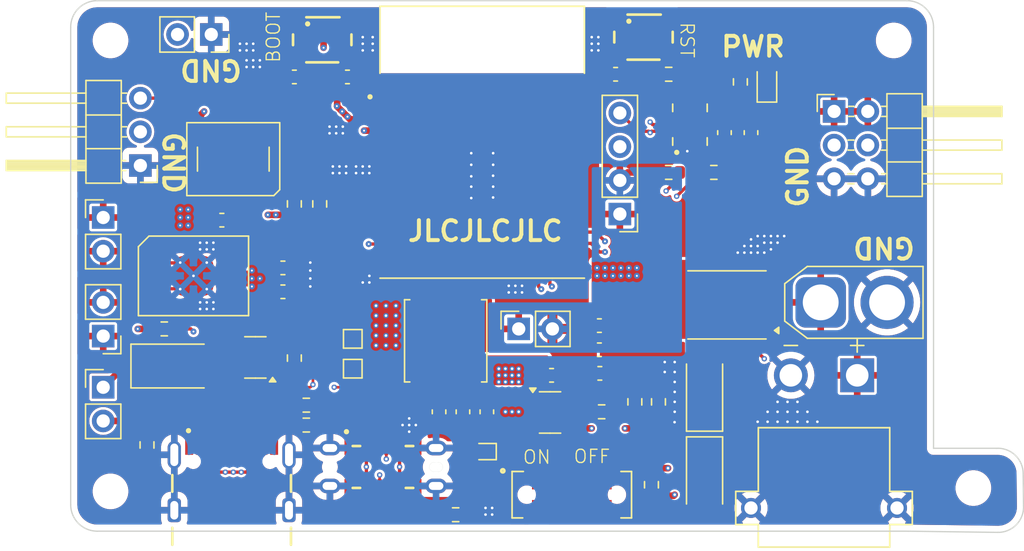
<source format=kicad_pcb>
(kicad_pcb (version 20240108) (generator "pcbnew") (generator_version "8.0")
  (layers (0 "F.Cu" signal) (1 "In1.Cu" signal) (2 "In2.Cu" signal) (31 "B.Cu" signal) (34 "B.Paste" user) (35 "F.Paste" user) (36 "B.SilkS" user "B.Silkscreen") (37 "F.SilkS" user "F.Silkscreen") (38 "B.Mask" user) (39 "F.Mask" user) (44 "Edge.Cuts" user))
  (net 0 "")
  (net 1 "+3V3")
  (net 2 "GND")
  (net 5 "Net-(MCU1-EN)")
  (net 6 "PWR-DIODE")
  (net 7 "Net-(D9-A)")
  (net 8 "+BATT")
  (net 9 "+V_USB")
  (net 10 "Net-(J1-CC2)")
  (net 11 "Net-(J1-CC1)")
  (net 14 "Net-(M1-+)")
  (net 15 "Net-(M1--)")
  (net 16 "Net-(M2--)")
  (net 17 "Net-(M2-+)")
  (net 18 "/DIN")
  (net 19 "/BLDC_MOT")
  (net 21 "Net-(MCU1-IO0)")
  (net 22 "/DP")
  (net 23 "/DN")
  (net 24 "Net-(Q9-G)")
  (net 25 "/SDA")
  (net 26 "/SCL")
  (net 31 "/Power/D_BATT")
  (net 32 "Net-(J4-CC2)")
  (net 33 "Net-(J4-CC1)")
  (net 34 "/nFault")
  (net 35 "/LED_S2")
  (net 36 "/AIN2")
  (net 37 "/BIN2")
  (net 38 "/AIN1")
  (net 39 "/BIN1")
  (net 46 "/LED_S1")
  (net 48 "/BATT_SENSE")
  (net 51 "Net-(D10-A)")
  (net 52 "/VacPump")
  (net 64 "Net-(U1-VBST)")
  (net 65 "Net-(U1-SW)")
  (net 66 "Net-(U1-VFB)")
  (net 71 "Net-(U1-EN)")
  (footprint "Capacitor_SMD:C_0603_1608Metric_Pad1.08x0.95mm_HandSolder" (layer "F.Cu") (at 132.1375 102.8)
    (property "Reference" "C4" (hide yes))
    (property "Value" "1uF" (hide yes))
  )
  (footprint "Resistor_SMD:R_0603_1608Metric" (layer "F.Cu") (at 127.8 111)
    (property "Reference" "R5" (hide yes))
    (property "Value" "10k" (hide yes))
  )
  (footprint "JS102011JAQN:SW_JS102011JAQN" (layer "F.Cu") (at 158.5 123.5)
    (property "Reference" "SW3" (hide yes))
    (property "Value" "SW_Nidec_CAS-120A1" (hide yes))
  )
  (footprint "Resistor_SMD:R_0603_1608Metric" (layer "F.Cu") (at 165.03 116.5 90)
    (property "Reference" "R10" (hide yes))
    (property "Value" "10k" (hide yes))
  )
  (footprint "Resistor_SMD:R_0603_1608Metric" (layer "F.Cu") (at 164.5 122.75 -90)
    (property "Reference" "R15" (hide yes))
    (property "Value" "20k" (hide yes))
  )
  (footprint "Connector_AMASS:AMASS_XT30U-F_1x02_P5.0mm_Vertical" (layer "F.Cu") (at 177.25 109)
    (property "Reference" "J5" (hide yes))
    (property "Value" "XT30PW-M" (hide yes))
  )
  (footprint "Diode_SMD:D_SOD-128" (layer "F.Cu") (at 168.5 115.55 90)
    (property "Reference" "D2" (hide yes))
    (property "Value" "SS38" (hide yes))
  )
  (footprint "Resistor_SMD:R_0603_1608Metric" (layer "F.Cu") (at 171.2 92.375 90)
    (property "Reference" "R3" (hide yes))
    (property "Value" "80" (hide yes))
  )
  (footprint "Resistor_SMD:R_0603_1608Metric" (layer "F.Cu") (at 126.5 119.75 -90)
    (property "Reference" "R9" (hide yes))
    (property "Value" "5.1k" (hide yes))
  )
  (footprint "XT30PW-M:AMASS_XT30PW-M" (layer "F.Cu") (at 177.5 124.5 180)
    (property "Reference" "J3" (hide yes))
    (property "Value" "XT30PW-M" (hide yes))
  )
  (footprint "MountingHole:MountingHole_2.2mm_M2" (layer "F.Cu") (at 188.75 123)
    (property "Reference" "H5" (hide yes))
    (property "Value" "MountingHole" (hide yes))
  )
  (footprint "Capacitor_SMD:C_0603_1608Metric" (layer "F.Cu") (at 148.5 117.25 90)
    (property "Reference" "C8" (hide yes))
    (property "Value" "10uF" (hide yes))
  )
  (footprint "Connector_PinHeader_2.54mm:PinHeader_1x02_P2.54mm_Vertical" (layer "F.Cu") (at 123.2 115.4)
    (property "Reference" "M3" (hide yes))
    (property "Value" "VacPump" (hide yes))
  )
  (footprint "Resistor_SMD:R_0603_1608Metric" (layer "F.Cu") (at 163.25 116.5 -90)
    (property "Reference" "R6" (hide yes))
    (property "Value" "33.2k" (hide yes))
  )
  (footprint "Capacitor_SMD:C_0603_1608Metric_Pad1.08x0.95mm_HandSolder" (layer "F.Cu") (at 136.7375 108.2)
    (property "Reference" "C6" (hide yes))
    (property "Value" "100nF" (hide yes))
  )
  (footprint "TestPoint:TestPoint_Pad_1.0x1.0mm" (layer "F.Cu") (at 142 114)
    (property "Reference" "TP4" (hide yes))
    (property "Value" "TestPoint" (hide yes))
  )
  (footprint "MountingHole:MountingHole_2.2mm_M2" (layer "F.Cu") (at 123.75 89.25)
    (property "Reference" "H7" (hide yes))
    (property "Value" "MountingHole" (hide yes))
  )
  (footprint "Connector_PinHeader_2.54mm:PinHeader_1x02_P2.54mm_Vertical" (layer "F.Cu") (at 123.2 102.6)
    (property "Reference" "M1" (hide yes))
    (property "Value" "Motor_DC" (hide yes))
  )
  (footprint "Package_TO_SOT_SMD:SOT-23-3" (layer "F.Cu") (at 134.6625 113.15 180)
    (property "Reference" "Q1" (hide yes))
    (property "Value" "Q_NMOS_GSD" (hide yes))
  )
  (footprint "Resistor_SMD:R_0603_1608Metric" (layer "F.Cu") (at 165.8 91.8)
    (property "Reference" "R4" (hide yes))
    (property "Value" "10k" (hide yes))
  )
  (footprint "Diode_SMD:D_SOD-128" (layer "F.Cu") (at 168.5 122.3 -90)
    (property "Reference" "D1" (hide yes))
    (property "Value" "SS38" (hide yes))
  )
  (footprint "Capacitor_SMD:C_0603_1608Metric" (layer "F.Cu") (at 160.5775 112.57175)
    (property "Reference" "C9" (hide yes))
    (property "Value" "22uF" (hide yes))
  )
  (footprint "Connector_PinHeader_2.54mm:PinHeader_1x02_P2.54mm_Vertical" (layer "F.Cu") (at 123.2 111.54 180)
    (property "Reference" "M2" (hide yes))
    (property "Value" "Motor_DC" (hide yes))
  )
  (footprint "Diode_SMD:D_SOD-882" (layer "F.Cu") (at 152 120.25 180)
    (property "Reference" "D5" (hide yes))
    (property "Value" "D12V0HA1U2SLP" (hide yes))
  )
  (footprint "Capacitor_SMD:C_0603_1608Metric" (layer "F.Cu") (at 160.6125 114.35175)
    (property "Reference" "C14" (hide yes))
    (property "Value" "22uF" (hide yes))
  )
  (footprint "Resistor_SMD:R_0603_1608Metric" (layer "F.Cu") (at 137.6 101.575 90)
    (property "Reference" "R13" (hide yes))
    (property "Value" "778k" (hide yes))
  )
  (footprint "LSM6DSOXTR:PQFN50P250X300X86-14N" (layer "F.Cu") (at 167.4 95.6 90)
    (property "Reference" "Accelerometer1" (hide yes))
    (property "Value" "LSM6DSOXTR" (hide yes))
  )
  (footprint "Connector_PinSocket_2.54mm:PinSocket_1x02_P2.54mm_Vertical" (layer "F.Cu") (at 131.34 88.8 -90)
    (property "Reference" "J6" (hide yes))
    (property "Value" "ESC_PWR" (hide yes))
  )
  (footprint "Connector_PinHeader_2.54mm:PinHeader_2x03_P2.54mm_Horizontal" (layer "F.Cu") (at 178.26 94.6)
    (property "Reference" "LED1" (hide yes))
    (property "Value" "Conn_02x03_Odd_Even" (hide yes))
  )
  (footprint "Resistor_SMD:R_0603_1608Metric" (layer "F.Cu") (at 138.5 116.75)
    (property "Reference" "R8" (hide yes))
    (property "Value" "5.1k" (hide yes))
  )
  (footprint "Resistor_SMD:R_0603_1608Metric" (layer "F.Cu") (at 165.8 99.2 180)
    (property "Reference" "R11" (hide yes))
    (property "Value" "4.7k" (hide yes))
  )
  (footprint "Resistor_SMD:R_0603_1608Metric" (layer "F.Cu") (at 149.75 125.01075)
    (property "Reference" "R2" (hide yes))
    (property "Value" "5.1k" (hide yes))
  )
  (footprint "customFootprints:rockerSwitch-434133025816" (layer "F.Cu") (at 163.8 89)
    (property "Reference" "SW1" (hide yes))
    (property "Value" "~" (hide yes))
  )
  (footprint "Package_TO_SOT_SMD:SOT-23-6" (layer "F.Cu") (at 156.8625 117.3)
    (property "Reference" "U1" (hide yes))
    (property "Value" "TPS562200" (hide yes))
  )
  (footprint "Connector_PinHeader_2.54mm:PinHeader_1x03_P2.54mm_Horizontal" (layer "F.Cu") (at 126 98.68 180)
    (property "Reference" "J2" (hide yes))
    (property "Value" "ESC_Conn" (hide yes))
  )
  (footprint "Connector_PinSocket_2.54mm:PinSocket_1x02_P2.54mm_Vertical" (layer "F.Cu") (at 154.5 111 90)
    (property "Reference" "J7" (hide yes))
    (property "Value" "RSCU_3V3" (hide yes))
  )
  (footprint "customFootprints:rockerSwitch-434133025816" (layer "F.Cu") (at 139.6 89.2)
    (property "Reference" "SW2" (hide yes))
    (property "Value" "~" (hide yes))
  )
  (footprint "TestPoint:TestPoint_Pad_1.0x1.0mm" (layer "F.Cu") (at 142 111.75)
    (property "Reference" "TP3" (hide yes))
    (property "Value" "TestPoint" (hide yes))
  )
  (footprint "customFootprints:TSSOP-DRV8411A" (layer "F.Cu") (at 130 107 -90)
    (property "Reference" "U2" (hide yes))
    (property "Value" "DRV8411A" (hide yes))
  )
  (footprint "Capacitor_SMD:C_0603_1608Metric" (layer "F.Cu") (at 152.1 117.25 90)
    (property "Reference" "C13" (hide yes))
    (property "Value" "10uF" (hide yes))
  )
  (footprint "Resistor_SMD:R_0603_1608Metric" (layer "F.Cu") (at 137.6 113.2 90)
    (property "Reference" "R7" (hide yes))
    (property "Value" "10k" (hide yes))
  )
  (footprint "Capacitor_SMD:C_0603_1608Metric" (layer "F.Cu") (at 170 96.2 -90)
    (property "Reference" "C12" (hide yes))
    (property "Value" "0.1uF" (hide yes))
  )
  (footprint "Capacitor_SMD:C_0603_1608Metric" (layer "F.Cu") (at 150.3 117.25 90)
    (property "Reference" "C10" (hide yes))
    (property "Value" "0.1uF" (hide yes))
  )
  (footprint "Resistor_SMD:R_0603_1608Metric" (layer "F.Cu") (at 169.2 99.2)
    (property "Reference" "R12" (hide yes))
    (property "Value" "4.7k" (hide yes))
  )
  (footprint "Capacitor_SMD:C_0603_1608Metric" (layer "F.Cu") (at 160.5775 110.75175)
    (property "Reference" "C15" (hide yes))
    (property "Value" "22uF" (hide yes))
  )
  (footprint "LED_SMD:LED_WS2812B_PLCC4_5.0x5.0mm_P3.2mm" (layer "F.Cu") (at 133 98.2)
    (property "Reference" "D3" (hide yes))
    (property "Value" "WS2812B" (hide yes))
  )
  (footprint "esp32s3mini:XCVR_ESP32-S3-MINI-1-N8" (layer "F.Cu") (at 151.75 99.45)
    (property "Reference" "MCU1" (hide yes))
    (property "Value" "ESP32-S3-MINI-1-N8" (hide yes))
  )
  (footprint "USB4105-GF-A-Footprint:GCT_USB4105-GF-A" (layer "F.Cu") (at 132.875 124.67325)
    (property "Reference" "J1" (hide yes))
    (property "Value" "USB4105-GF-A" (hide yes))
  )
  (footprint "Capacitor_SMD:C_0603_1608Metric" (layer "F.Cu") (at 161.8 91.8)
    (property "Reference" "C1" (hide yes))
    (property "Value" "0.1uF" (hide yes))
  )
  (footprint "MountingHole:MountingHole_2.2mm_M2" (layer "F.Cu") (at 182.75 89.25)
    (property "Reference" "H6" (hide yes))
    (property "Value" "MountingHole" (hide yes))
  )
  (footprint "Connector_PinHeader_2.54mm:PinHeader_1x04_P2.54mm_Vertical" (layer "F.Cu") (at 162.12 102.34 180)
    (property "Reference" "U3" (hide yes))
    (property "Value" "DM-OLED096-636" (hide yes))
  )
  (footprint "Capacitor_SMD:C_0603_1608Metric" (layer "F.Cu") (at 156.975 114.5 180)
    (property "Reference" "C5" (hide yes))
    (property "Value" "0.1uF" (hide yes))
  )
  (footprint "Capacitor_SMD:C_0603_1608Metric" (layer "F.Cu") (at 172 96.2 -90)
    (property "Reference" "C11" (hide yes))
    (property "Value" "0.1uF" (hide yes))
  )
  (footprint "Capacitor_SMD:C_0603_1608Metric" (layer "F.Cu") (at 137.6 92 180)
    (property "Reference" "C3" (hide yes))
    (property "Value" "0.1uF" (hide yes))
  )
  (footprint "Capacitor_SMD:C_0603_1608Metric_Pad1.08x0.95mm_HandSolder" (layer "F.Cu") (at 136.7375 106.4)
    (property "Reference" "C7" (hide yes))
    (property "Value" "10uF" (hide yes))
  )
  (footprint "USB4145-03-0070-C_REVA2:GCT_USB4145-03-0070-C_REVA2" (layer "F.Cu") (at 144.275 121.41075)
    (property "Reference" "J4" (hide yes))
    (property "Value" "USB4145-03-0070-C_REVA2" (hide yes))
    (fp_line (start 3.85 -0.355) (end 4.15 -0.355) (stroke (width 0.01)) (layer "Edge.Cuts"))
    (fp_line (start 4.15 0.355) (end 3.85 0.355) (stroke (width 0.01)) (layer "Edge.Cuts"))
    (fp_arc (start 3.495 0) (mid 3.598977 -0.251023) (end 3.85 -0.355) (stroke (width 0.01)) (layer "Edge.Cuts"))
    (fp_arc (start 3.85 0.355) (mid 3.598977 0.251023) (end 3.495 0) (stroke (width 0.01)) (layer "Edge.Cuts"))
    (fp_arc (start 4.15 -0.355) (mid 4.401023 -0.251023) (end 4.505 0) (stroke (width 0.01)) (layer "Edge.Cuts"))
    (fp_arc (start 4.505 0) (mid 4.401023 0.251023) (end 4.15 0.355) (stroke (width 0.01)) (layer "Edge.Cuts"))
  )
  (footprint "Inductor_SMD:L_TDK_VLS6045EX_VLS6045AF" (layer "F.Cu") (at 149 111.9 90)
    (property "Reference" "L1" (hide yes))
    (property "Value" "3.3uH" (hide yes))
  )
  (footprint "Capacitor_SMD:C_0603_1608Metric" (layer "F.Cu") (at 141.6 92)
    (property "Reference" "C2" (hide yes))
    (property "Value" "22uF" (hide yes))
  )
  (footprint "Resistor_SMD:R_0603_1608Metric" (layer "F.Cu") (at 139.51 101.575 -90)
    (property "Reference" "R14" (hide yes))
    (property "Value" "200k" (hide yes))
  )
  (footprint "Resistor_SMD:R_0603_1608Metric" (layer "F.Cu") (at 160.75 117.25 180)
    (property "Reference" "R16" (hide yes))
    (property "Value" "10k" (hide yes))
  )
  (footprint "Resistor_SMD:R_0603_1608Metric" (layer "F.Cu") (at 138.5 118.25 180)
    (property "Reference" "R1" (hide yes))
    (property "Value" "5.1k" (hide yes))
  )
  (footprint "Package_SO:PowerPAK_SO-8_Single" (layer "F.Cu") (at 170.19 109.19 180)
    (property "Reference" "Q9" (hide yes))
    (property "Value" "PMOS" (hide yes))
  )
  (footprint "Diode_SMD:D_SMA" (layer "F.Cu") (at 128.8 113.8)
    (property "Reference" "D10" (hide yes))
    (property "Value" "SS14" (hide yes))
  )
  (footprint "LED_SMD:LED_0603_1608Metric" (layer "F.Cu") (at 173.2 92.4125 90)
    (property "Reference" "D9" (hide yes))
    (property "Value" "LED" (hide yes))
  )
  (footprint "MountingHole:MountingHole_2.2mm_M2" (layer "F.Cu") (at 123.75 123.25)
    (property "Reference" "H8" (hide yes))
    (property "Value" "MountingHole" (hide yes))
  )
  (gr_arc (start 183.75 86.25) (mid 185.164214 86.835786) (end 185.75 88.25) (stroke (width 0.1)) (layer "Edge.Cuts"))
  (gr_line (start 183.835786 126.251921) (end 190.615086 126.341896) (stroke (width 0.1)) (layer "Edge.Cuts"))
  (gr_arc (start 192.5293 124.339975) (mid 192.000001 125.750001) (end 190.615086 126.341896) (stroke (width 0.1)) (layer "Edge.Cuts"))
  (gr_line (start 122.75 86.25) (end 183.75 86.25) (stroke (width 0.1)) (layer "Edge.Cuts"))
  (gr_arc (start 120.75 88.25) (mid 121.335786 86.835786) (end 122.75 86.25) (stroke (width 0.1)) (layer "Edge.Cuts"))
  (gr_line (start 120.75 124.25) (end 120.75 88.25) (stroke (width 0.1)) (layer "Edge.Cuts"))
  (gr_line (start 185.75 120) (end 190.5 120) (stroke (width 0.1)) (layer "Edge.Cuts"))
  (gr_arc (start 122.75 126.25) (mid 121.335786 125.664214) (end 120.75 124.25) (stroke (width 0.1)) (layer "Edge.Cuts"))
  (gr_arc (start 190.5 120) (mid 191.910026 120.529299) (end 192.501921 121.914214) (stroke (width 0.1)) (layer "Edge.Cuts"))
  (gr_line (start 183.835786 126.251921) (end 122.75 126.25) (stroke (width 0.1)) (layer "Edge.Cuts"))
  (gr_line (start 192.501921 121.914214) (end 192.5293 124.339975) (stroke (width 0.1)) (layer "Edge.Cuts"))
  (gr_line (start 185.75 88.25) (end 185.75 120) (stroke (width 0.1)) (layer "Edge.Cuts"))
  (gr_text "BOOT" (at 136.6 91 90) (layer "F.SilkS") (effects (font (size 1 1) (thickness 0.1)) (justify left bottom)))
  (gr_text "GND\n" (at 127.6 96 -90) (layer "F.SilkS") (effects (font (size 1.5 1.5) (thickness 0.3) (bold yes)) (justify left bottom)))
  (gr_text "PWR\n" (at 169.6 90.6 0) (layer "F.SilkS") (effects (font (size 1.5 1.5) (thickness 0.3) (bold yes)) (justify left bottom)))
  (gr_text "OFF\n" (at 158.5725 121.2 0) (layer "F.SilkS") (effects (font (size 1 1) (thickness 0.1)) (justify left bottom)))
  (gr_text "ON\n" (at 154.75 121.25 0) (layer "F.SilkS") (effects (font (size 1 1) (thickness 0.1)) (justify left bottom)))
  (gr_text "JLCJLCJLC\n" (at 146 104.5 0) (layer "F.SilkS") (effects (font (size 1.5 1.5) (thickness 0.3) (bold yes)) (justify left bottom)))
  (gr_text "GND" (at 184.5 104 180) (layer "F.SilkS") (effects (font (size 1.5 1.5) (thickness 0.3) (bold yes)) (justify left bottom)))
  (gr_text "GND\n" (at 133.8 90.6 180) (layer "F.SilkS") (effects (font (size 1.5 1.5) (thickness 0.3) (bold yes)) (justify left bottom)))
  (gr_text "RST" (at 166.6 87.8 270) (layer "F.SilkS") (effects (font (size 1 1) (thickness 0.1)) (justify left bottom)))
  (gr_text "GND\n" (at 176.4 102 90) (layer "F.SilkS") (effects (font (size 1.5 1.5) (thickness 0.3) (bold yes)) (justify left bottom)))
  (segment (start 138.375 92) (end 140.825 92) (width 0.5) (layer "F.Cu") (net 1))
  (segment (start 130.55 96.55) (end 130.55 94.85) (width 0.5) (layer "F.Cu") (net 1))
  (segment (start 126.975 111) (end 125.8 111) (width 0.5) (layer "F.Cu") (net 1))
  (segment (start 161.175 115.675) (end 163.25 115.675) (width 0.5) (layer "F.Cu") (net 1))
  (segment (start 144.75 95.2) (end 141.8 95.2) (width 0.5) (layer "F.Cu") (net 1))
  (segment (start 130.55 94.85) (end 130.8 94.6) (width 0.5) (layer "F.Cu") (net 1))
  (segment (start 141.8 95.2) (end 140.825 94.225) (width 0.5) (layer "F.Cu") (net 1))
  (segment (start 159.8375 112.60675) (end 159.8025 112.57175) (width 0.5) (layer "F.Cu") (net 1))
  (segment (start 140.825 94.225) (end 140.825 92) (width 0.5) (layer "F.Cu") (net 1))
  (segment (start 159.8375 114.35175) (end 159.8375 112.60675) (width 0.5) (layer "F.Cu") (net 1))
  (segment (start 162.72 99.2) (end 162.12 99.8) (width 0.5) (layer "F.Cu") (net 1))
  (segment (start 159.8375 114.35175) (end 159.85175 114.35175) (width 0.5) (layer "F.Cu") (net 1))
  (segment (start 159.85175 114.35175) (end 161.175 115.675) (width 0.5) (layer "F.Cu") (net 1))
  (segment (start 164.975 99.2) (end 162.72 99.2) (width 0.5) (layer "F.Cu") (net 1))
  (via (at 143.75 111.5) (size 0.4) (drill 0.2) (layers "F.Cu" "B.Cu") (net 1))
  (via (at 129.6 102.6) (size 0.45) (drill 0.15) (layers "F.Cu" "B.Cu") (net 1))
  (via (at 145.25 110) (size 0.4) (drill 0.2) (layers "F.Cu" "B.Cu") (net 1))
  (via (at 125.8 111) (size 0.45) (drill 0.15) (layers "F.Cu" "B.Cu") (net 1))
  (via (at 140.8 94.2) (size 0.45) (drill 0.15) (layers "F.Cu" "B.Cu") (net 1))
  (via (at 145.25 111.5) (size 0.4) (drill 0.2) (layers "F.Cu" "B.Cu") (net 1))
  (via (at 143.75 110) (size 0.4) (drill 0.2) (layers "F.Cu" "B.Cu") (net 1))
  (via (at 144.5 112.25) (size 0.4) (drill 0.2) (layers "F.Cu" "B.Cu") (net 1))
  (via (at 145.25 112.25) (size 0.4) (drill 0.2) (layers "F.Cu" "B.Cu") (net 1))
  (via (at 129 102) (size 0.45) (drill 0.15) (layers "F.Cu" "B.Cu") (net 1))
  (via (at 129.6 103.2) (size 0.45) (drill 0.15) (layers "F.Cu" "B.Cu") (net 1))
  (via (at 144.5 110) (size 0.4) (drill 0.2) (layers "F.Cu" "B.Cu") (net 1))
  (via (at 129 102.6) (size 0.45) (drill 0.15) (layers "F.Cu" "B.Cu") (net 1))
  (via (at 145.25 109.25) (size 0.4) (drill 0.2) (layers "F.Cu" "B.Cu") (net 1))
  (via (at 143.75 110.75) (size 0.4) (drill 0.2) (layers "F.Cu" "B.Cu") (net 1))
  (via (at 141.2 94.6) (size 0.45) (drill 0.15) (layers "F.Cu" "B.Cu") (net 1))
  (via (at 141.6 95) (size 0.45) (drill 0.15) (layers "F.Cu" "B.Cu") (net 1))
  (via (at 129.6 102) (size 0.45) (drill 0.15) (layers "F.Cu" "B.Cu") (net 1))
  (via (at 145.25 110.75) (size 0.4) (drill 0.2) (layers "F.Cu" "B.Cu") (net 1))
  (via (at 129 103.2) (size 0.45) (drill 0.15) (layers "F.Cu" "B.Cu") (net 1))
  (via (at 144.5 110.75) (size 0.4) (drill 0.2) (layers "F.Cu" "B.Cu") (net 1))
  (via (at 130.8 94.6) (size 0.45) (drill 0.15) (layers "F.Cu" "B.Cu") (net 1))
  (via (at 143.75 109.25) (size 0.4) (drill 0.2) (layers "F.Cu" "B.Cu") (net 1))
  (via (at 144.5 109.25) (size 0.4) (drill 0.2) (layers "F.Cu" "B.Cu") (net 1))
  (via (at 143.75 112.25) (size 0.4) (drill 0.2) (layers "F.Cu" "B.Cu") (net 1))
  (via (at 144.5 111.5) (size 0.4) (drill 0.2) (layers "F.Cu" "B.Cu") (net 1))
  (segment (start 161.3875 114.35175) (end 161.57 114.35175) (width 0.5) (layer "F.Cu") (net 2))
  (segment (start 170 96.975) (end 172 96.975) (width 0.5) (layer "F.Cu") (net 2))
  (segment (start 161.3875 114.35175) (end 161.3875 110.78675) (width 0.5) (layer "F.Cu") (net 2))
  (segment (start 166.65 96.76) (end 167.525 96.76) (width 0.25) (layer "F.Cu") (net 2))
  (segment (start 167.15 96.76) (end 167.15 97.55) (width 0.5) (layer "F.Cu") (net 2))
  (segment (start 127.1 107.975) (end 129.025 107.975) (width 0.25) (layer "F.Cu") (net 2))
  (segment (start 167.15 97.55) (end 167.2 97.6) (width 0.5) (layer "F.Cu") (net 2))
  (segment (start 128.975 106.025) (end 129 106) (width 0.25) (layer "F.Cu") (net 2))
  (segment (start 167.15 96.76) (end 167.525 96.76) (width 0.5) (layer "F.Cu") (net 2))
  (segment (start 161.3875 110.78675) (end 161.3525 110.75175) (width 0.5) (layer "F.Cu") (net 2))
  (segment (start 168.31 95.1) (end 168.31 95.6) (width 0.25) (layer "F.Cu") (net 2))
  (segment (start 161.575 114.53925) (end 161.3875 114.35175) (width 0.5) (layer "F.Cu") (net 2))
  (segment (start 127.1 106.025) (end 128.975 106.025) (width 0.25) (layer "F.Cu") (net 2))
  (segment (start 129.025 107.975) (end 130 107) (width 0.25) (layer "F.Cu") (net 2))
  (via (at 174.75 118) (size 0.4) (drill 0.2) (layers "F.Cu" "B.Cu") (net 2))
  (via (at 173 105.25) (size 0.4) (drill 0.2) (layers "F.Cu" "B.Cu") (net 2))
  (via (at 172 104.75) (size 0.4) (drill 0.2) (layers "F.Cu" "B.Cu") (net 2))
  (via (at 131.497687 105.002314) (size 0.4) (drill 0.2) (layers "F.Cu" "B.Cu") (net 2))
  (via (at 154.75 107.75) (size 0.4) (drill 0.2) (layers "F.Cu" "B.Cu") (net 2))
  (via (at 175.5 118) (size 0.4) (drill 0.2) (layers "F.Cu" "B.Cu") (net 2))
  (via (at 174 116.5) (size 0.4) (drill 0.2) (layers "F.Cu" "B.Cu") (net 2))
  (via (at 134 90) (size 0.4) (drill 0.2) (layers "F.Cu" "B.Cu") (net 2))
  (via (at 174 104) (size 0.4) (drill 0.2) (layers "F.Cu" "B.Cu") (net 2))
  (via (at 166.25 117.25) (size 0.4) (drill 0.2) (layers "F.Cu" "B.Cu") (net 2))
  (via (at 150.925 101.135) (size 0.4) (drill 0.2) (layers "F.Cu" "B.Cu") (net 2))
  (via (at 140.75 96.25) (size 0.4) (drill 0.2) (layers "F.Cu" "B.Cu") (net 2))
  (via (at 138.8 106) (size 0.4) (drill 0.2) (layers "F.Cu" "B.Cu") (net 2))
  (via (at 174.75 116.5) (size 0.4) (drill 0.2) (layers "F.Cu" "B.Cu") (net 2))
  (via (at 172.5 105.25) (size 0.4) (drill 0.2) (layers "F.Cu" "B.Cu") (net 2))
  (via (at 146.75 118.25) (size 0.4) (drill 0.2) (layers "F.Cu" "B.Cu") (net 2))
  (via (at 134 90.75) (size 0.4) (drill 0.2) (layers "F.Cu" "B.Cu") (net 2))
  (via (at 131.502313 108.997686) (size 0.4) (drill 0.2) (layers "F.Cu" "B.Cu") (net 2))
  (via (at 152.575 97.75) (size 0.4) (drill 0.2) (layers "F.Cu" "B.Cu") (net 2))
  (via (at 153.75 107.75) (size 0.4) (drill 0.2) (layers "F.Cu" "B.Cu") (net 2))
  (via (at 141.497687 99.252314) (size 0.4) (drill 0.2) (layers "F.Cu" "B.Cu") (net 2))
  (via (at 140.75 95.75) (size 0.4) (drill 0.2) (layers "F.Cu" "B.Cu") (net 2))
  (via (at 172.5 104.75) (size 0.4) (drill 0.2) (layers "F.Cu" "B.Cu") (net 2))
  (via (at 152.57 101.09) (size 0.4) (drill 0.2) (layers "F.Cu" "B.Cu") (net 2))
  (via (at 134.5 91.25) (size 0.4) (drill 0.2) (layers "F.Cu" "B.Cu") (net 2))
  (via (at 150.925 99.495) (size 0.4) (drill 0.2) (layers "F.Cu" "B.Cu") (net 2))
  (via (at 150.925 98.625) (size 0.4) (drill 0.2) (layers "F.Cu" "B.Cu") (net 2))
  (via (at 131.5 109.5) (size 0.4) (drill 0.2) (layers "F.Cu" "B.Cu") (net 2))
  (via (at 143.5 89.5) (size 0.4) (drill 0.2) (layers "F.Cu" "B.Cu") (net 2))
  (via (at 130.497687 105.002314) (size 0.4) (drill 0.2) (layers "F.Cu" "B.Cu") (net 2))
  (via (at 153.75 108.25) (size 0.4) (drill 0.2) (layers "F.Cu" "B.Cu") (net 2))
  (via (at 140.497687 99.252314) (size 0.4) (drill 0.2) (layers "F.Cu" "B.Cu") (net 2))
  (via (at 174.75 117.25) (size 0.4) (drill 0.2) (layers "F.Cu" "B.Cu") (net 2))
  (via (at 160.5 90) (size 0.4) (drill 0.2) (layers "F.Cu" "B.Cu") (net 2))
  (via (at 135 90.75) (size 0.4) (drill 0.2) (layers "F.Cu" "B.Cu") (net 2))
  (via (at 166.25 115.75) (size 0.4) (drill 0.2) (layers "F.Cu" "B.Cu") (net 2))
  (via (at 173 104.5) (size 0.4) (drill 0.2) (layers "F.Cu" "B.Cu") (net 2))
  (via (at 140.25 96.25) (size 0.4) (drill 0.2) (layers "F.Cu" "B.Cu") (net 2))
  (via (at 134 89.5) (size 0.4) (drill 0.2) (layers "F.Cu" "B.Cu") (net 2))
  (via (at 140.997687 99.252314) (size 0.4) (drill 0.2) (layers "F.Cu" "B.Cu") (net 2))
  (via (at 134 91.25) (size 0.4) (drill 0.2) (layers "F.Cu" "B.Cu") (net 2))
  (via (at 138.8 106.6) (size 0.4) (drill 0.2) (layers "F.Cu" "B.Cu") (net 2))
  (via (at 141.25 96.25) (size 0.4) (drill 0.2) (layers "F.Cu" "B.Cu") (net 2))
  (via (at 131.5 104.5) (size 0.4) (drill 0.2) (layers "F.Cu" "B.Cu") (net 2))
  (via (at 134.5 90) (size 0.4) (drill 0.2) (layers "F.Cu" "B.Cu") (net 2))
  (via (at 172 105.25) (size 0.4) (drill 0.2) (layers "F.Cu" "B.Cu") (net 2))
  (via (at 142.247687 98.752314) (size 0.4) (drill 0.2) (layers "F.Cu" "B.Cu") (net 2))
  (via (at 152.5 124.5) (size 0.4) (drill 0.2) (layers "F.Cu" "B.Cu") (net 2))
  (via (at 173.25 117.25) (size 0.4) (drill 0.2) (layers "F.Cu" "B.Cu") (net 2))
  (via (at 152 124.5) (size 0.4) (drill 0.2) (layers "F.Cu" "B.Cu") (net 2))
  (via (at 152.57 99.45) (size 0.4) (drill 0.2) (layers "F.Cu" "B.Cu") (net 2))
  (via (at 171 105.25) (size 0.4) (drill 0.2) (layers "F.Cu" "B.Cu") (net 2))
  (via (at 154.25 107.75) (size 0.4) (drill 0.2) (layers "F.Cu" "B.Cu") (net 2))
  (via (at 166.25 114.25) (size 0.4) (drill 0.2) (layers "F.Cu" "B.Cu") (net 2))
  (via (at 152.575 98.625) (size 0.4) (drill 0.2) (layers "F.Cu" "B.Cu") (net 2))
  (via (at 165.5 113.5) (size 0.4) (drill 0.2) (layers "F.Cu" "B.Cu") (net 2))
  (via (at 135 91.25) (size 0.4) (drill 0.2) (layers "F.Cu" "B.Cu") (net 2))
  (via (at 160 90) (size 0.4) (drill 0.2) (layers "F.Cu" "B.Cu") (net 2))
  (via (at 145.75 118.25) (size 0.4) (drill 0.2) (layers "F.Cu" "B.Cu") (net 2))
  (via (at 173.25 118) (size 0.4) (drill 0.2) (layers "F.Cu" "B.Cu") (net 2))
  (via (at 140.497687 98.752314) (size 0.4) (drill 0.2) (layers "F.Cu" "B.Cu") (net 2))
  (via (at 150.925 100.275) (size 0.4) (drill 0.2) (layers "F.Cu" "B.Cu") (net 2))
  (via (at 160 89.5) (size 0.4) (drill 0.2) (layers "F.Cu" "B.Cu") (net 2))
  (via (at 172.5 104) (size 0.4) (drill 0.2) (layers "F.Cu" "B.Cu") (net 2))
  (via (at 167.2 97.6) (size 0.4) (drill 0.2) (layers "F.Cu" "B.Cu") (net 2))
  (via (at 141.5 98.75) (size 0.4) (drill 0.2) (layers "F.Cu" "B.Cu") (net 2))
  (via (at 154.75 108.25) (size 0.4) (drill 0.2) (layers "F.Cu" "B.Cu") (net 2))
  (via (at 131 109) (size 0.4) (drill 0.2) (layers "F.Cu" "B.Cu") (net 2))
  (via (at 130.997687 105.002314) (size 0.4) (drill 0.2) (layers "F.Cu" "B.Cu") (net 2))
  (via (at 130.997687 104.502314) (size 0.4) (drill 0.2) (layers "F.Cu" "B.Cu") (net 2))
  (via (at 160.5 89.5) (size 0.4) (drill 0.2) (layers "F.Cu" "B.Cu") (net 2))
  (via (at 143.25 107) (size 0.4) (drill 0.2) (layers "F.Cu" "B.Cu") (net 2))
  (via (at 130.497687 104.502314) (size 0.4) (drill 0.2) (layers "F.Cu" "B.Cu") (net 2))
  (via (at 140.25 95.75) (size 0.4) (drill 0.2) (layers "F.Cu" "B.Cu") (net 2))
  (via (at 152.575 100.275) (size 0.4) (drill 0.2) (layers "F.Cu" "B.Cu") (net 2))
  (via (at 165.5 114.25) (size 0.4) (drill 0.2) (layers "F.Cu" "B.Cu") (net 2))
  (via (at 173.5 105) (size 0.4) (drill 0.2) (layers "F.Cu" "B.Cu") (net 2))
  (via (at 146.25 118.25) (size 0.4) (drill 0.2) (layers "F.Cu" "B.Cu") (net 2))
  (via (at 173 104) (size 0.4) (drill 0.2) (layers "F.Cu" "B.Cu") (net 2))
  (via (at 175.5 117.25) (size 0.4) (drill 0.2) (layers "F.Cu" "B.Cu") (net 2))
  (via (at 142.75 89.5) (size 0.4) (drill 0.2) (layers "F.Cu" "B.Cu") (net 2))
  (via (at 166.25 113.5) (size 0.4) (drill 0.2) (layers "F.Cu" "B.Cu") (net 2))
  (via (at 143.25 98.75) (size 0.4) (drill 0.2) (layers "F.Cu" "B.Cu") (net 2))
  (via (at 174.5 104) (size 0.4) (drill 0.2) (layers "F.Cu" "B.Cu") (net 2))
  (via (at 142.75 89) (size 0.4) (drill 0.2) (layers "F.Cu" "B.Cu") (net 2))
  (via (at 146.25 117.75) (size 0.4) (drill 0.2) (layers "F.Cu" "B.Cu") (net 2))
  (via (at 142.75 107.5) (size 0.4) (drill 0.2) (layers "F.Cu" "B.Cu") (net 2))
  (via (at 160.5 89) (size 0.4) (drill 0.2) (layers "F.Cu" "B.Cu") (net 2))
  (via (at 160 89) (size 0.4) (drill 0.2) (layers "F.Cu" "B.Cu") (net 2))
  (via (at 138.8 107.2) (size 0.4) (drill 0.2) (layers "F.Cu" "B.Cu") (net 2))
  (via (at 142.747687 99.252314) (size 0.4) (drill 0.2) (layers "F.Cu" "B.Cu") (net 2))
  (via (at 134.5 90.75) (size 0.4) (drill 0.2) (layers "F.Cu" "B.Cu") (net 2))
  (via (at 140.997687 98.752314) (size 0.4) (drill 0.2) (layers "F.Cu" "B.Cu") (net 2))
  (via (at 142.75 90) (size 0.4) (drill 0.2) (layers "F.Cu" "B.Cu") (net 2))
  (via (at 166.242062 118.031831) (size 0.4) (drill 0.2) (layers "F.Cu" "B.Cu") (net 2))
  (via (at 177 118) (size 0.4) (drill 0.2) (layers "F.Cu" "B.Cu") (net 2))
  (via (at 176.25 118) (size 0.4) (drill 0.2) (layers "F.Cu" "B.Cu") (net 2))
  (via (at 166.25 116.5) (size 0.4) (drill 0.2) (layers "F.Cu" "B.Cu") (net 2))
  (via (at 142.247687 99.252314) (size 0.4) (drill 0.2) (layers "F.Cu" "B.Cu") (net 2))
  (via (at 171.5 105.25) (size 0.4) (drill 0.2) (layers "F.Cu" "B.Cu") (net 2))
  (via (at 133.5 90) (size 0.4) (drill 0.2) (layers "F.Cu" "B.Cu") (net 2))
  (via (at 173.5 104.5) (size 0.4) (drill 0.2) (layers "F.Cu" "B.Cu") (net 2))
  (via (at 171.5 104.75) (size 0.4) (drill 0.2) (layers "F.Cu" "B.Cu") (net 2))
  (via (at 143.5 89) (size 0.4) (drill 0.2) (layers "F.Cu" "B.Cu") (net 2))
  (via (at 172.5 118) (size 0.4) (drill 0.2) (layers "F.Cu" "B.Cu") (net 2))
  (via (at 130.5 109) (size 0.4) (drill 0.2) (layers "F.Cu" "B.Cu") (net 2))
  (via (at 174 104.5) (size 0.4) (drill 0.2) (layers "F.Cu" "B.Cu") (net 2))
  (via (at 174 118) (size 0.4) (drill 0.2) (layers "F.Cu" "B.Cu") (net 2))
  (via (at 133.5 89.5) (size 0.4) (drill 0.2) (layers "F.Cu" "B.Cu") (net 2))
  (via (at 141.25 95.75) (size 0.4) (drill 0.2) (layers "F.Cu" "B.Cu") (net 2))
  (via (at 174 117.25) (size 0.4) (drill 0.2) (layers "F.Cu" "B.Cu") (net 2))
  (via (at 150.925 97.75) (size 0.4) (drill 0.2) (layers "F.Cu" "B.Cu") (net 2))
  (via (at 130.5 109.5) (size 0.4) (drill 0.2) (layers "F.Cu" "B.Cu") (net 2))
  (via (at 131 109.5) (size 0.4) (drill 0.2) (layers "F.Cu" "B.Cu") (net 2))
  (via (at 152 125) (size 0.4) (drill 0.2) (layers "F.Cu" "B.Cu") (net 2))
  (via (at 143.247687 99.252314) (size 0.4) (drill 0.2) (layers "F.Cu" "B.Cu") (net 2))
  (via (at 134.5 89.5) (size 0.4) (drill 0.2) (layers "F.Cu" "B.Cu") (net 2))
  (via (at 143.25 107.5) (size 0.4) (drill 0.2) (layers "F.Cu" "B.Cu") (net 2))
  (via (at 154.25 108.25) (size 0.4) (drill 0.2) (layers "F.Cu" "B.Cu") (net 2))
  (via (at 143.5 90) (size 0.4) (drill 0.2) (layers "F.Cu" "B.Cu") (net 2))
  (via (at 172 104.25) (size 0.4) (drill 0.2) (layers "F.Cu" "B.Cu") (net 2))
  (via (at 152.5 125) (size 0.4) (drill 0.2) (layers "F.Cu" "B.Cu") (net 2))
  (via (at 138.8 107.8) (size 0.4) (drill 0.2) (layers "F.Cu" "B.Cu") (net 2))
  (via (at 173.5 104) (size 0.4) (drill 0.2) (layers "F.Cu" "B.Cu") (net 2))
  (via (at 175.5 116.5) (size 0.4) (drill 0.2) (layers "F.Cu" "B.Cu") (net 2))
  (via (at 146.25 118.75) (size 0.4) (drill 0.2) (layers "F.Cu" "B.Cu") (net 2))
  (via (at 166.25 115) (size 0.4) (drill 0.2) (layers "F.Cu" "B.Cu") (net 2))
  (via (at 142.747687 98.752314) (size 0.4) (drill 0.2) (layers "F.Cu" "B.Cu") (net 2))
  (via (at 176.25 117.25) (size 0.4) (drill 0.2) (layers "F.Cu" "B.Cu") (net 2))
  (segment (start 158.75 93.5) (end 160.875 93.5) (width 0.25) (layer "F.Cu") (net 5))
  (segment (start 160.875 93.5) (end 162.575 91.8) (width 0.25) (layer "F.Cu") (net 5))
  (segment (start 156.5 119.5) (end 160.5 119.5) (width 0.5) (layer "F.Cu") (net 6))
  (segment (start 160.5 119.5) (end 167.9 119.5) (width 0.5) (layer "F.Cu") (net 6))
  (segment (start 155.725 118.725) (end 156.5 119.5) (width 0.5) (layer "F.Cu") (net 6))
  (segment (start 155.725 118.25) (end 155.725 118.725) (width 0.5) (layer "F.Cu") (net 6))
  (segment (start 161.575 118.425) (end 160.5 119.5) (width 0.5) (layer "F.Cu") (net 6))
  (segment (start 167.9 119.5) (end 168.5 120.1) (width 0.5) (layer "F.Cu") (net 6))
  (segment (start 161.575 117.25) (end 161.575 118.425) (width 0.5) (layer "F.Cu") (net 6))
  (segment (start 173.16625 91.6) (end 171.23375 91.6) (width 0.5) (layer "F.Cu") (net 7))
  (segment (start 137.6 102.4) (end 135.6 102.4) (width 0.5) (layer "F.Cu") (net 8))
  (segment (start 126.8 113.8) (end 124.8 113.8) (width 0.5) (layer "F.Cu") (net 8))
  (segment (start 124.8 113.8) (end 123.2 115.4) (width 0.5) (layer "F.Cu") (net 8))
  (via (at 161 106.4) (size 0.45) (drill 0.15) (layers "F.Cu" "B.Cu") (net 8))
  (via (at 134.4 107.8) (size 0.45) (drill 0.15) (layers "F.Cu" "B.Cu") (net 8))
  (via (at 161 107) (size 0.45) (drill 0.15) (layers "F.Cu" "B.Cu") (net 8))
  (via (at 161.6 107) (size 0.45) (drill 0.15) (layers "F.Cu" "B.Cu") (net 8))
  (via (at 135 107.2) (size 0.45) (drill 0.15) (layers "F.Cu" "B.Cu") (net 8))
  (via (at 162.8 107) (size 0.45) (drill 0.15) (layers "F.Cu" "B.Cu") (net 8))
  (via (at 162.2 106.4) (size 0.45) (drill 0.15) (layers "F.Cu" "B.Cu") (net 8))
  (via (at 161.6 106.4) (size 0.45) (drill 0.15) (layers "F.Cu" "B.Cu") (net 8))
  (via (at 160.4 106.4) (size 0.45) (drill 0.15) (layers "F.Cu" "B.Cu") (net 8))
  (via (at 134.4 107.2) (size 0.45) (drill 0.15) (layers "F.Cu" "B.Cu") (net 8))
  (via (at 162.2 107) (size 0.45) (drill 0.15) (layers "F.Cu" "B.Cu") (net 8))
  (via (at 135.6 102.4) (size 0.45) (drill 0.15) (layers "F.Cu" "B.Cu") (net 8))
  (via (at 134.4 106.6) (size 0.45) (drill 0.15) (layers "F.Cu" "B.Cu") (net 8))
  (via (at 160.4 107) (size 0.45) (drill 0.15) (layers "F.Cu" "B.Cu") (net 8))
  (via (at 163.4 106.4) (size 0.45) (drill 0.15) (layers "F.Cu" "B.Cu") (net 8))
  (via (at 163.4 107) (size 0.45) (drill 0.15) (layers "F.Cu" "B.Cu") (net 8))
  (via (at 162.8 106.4) (size 0.45) (drill 0.15) (layers "F.Cu" "B.Cu") (net 8))
  (via (at 136.2 102.4) (size 0.45) (drill 0.15) (layers "F.Cu" "B.Cu") (net 8))
  (segment (start 156.025 120.475) (end 166.225 120.475) (width 0.25) (layer "F.Cu") (net 9))
  (segment (start 133 121.8) (end 133.6 121.8) (width 0.25) (layer "F.Cu") (net 9))
  (segment (start 131.781699 121.8) (end 130.475 120.493301) (width 0.25) (layer "F.Cu") (net 9))
  (segment (start 133.6 121.8) (end 133.968301 121.8) (width 0.25) (layer "F.Cu") (net 9))
  (segment (start 146.425 123.79575) (end 152.70425 123.79575) (width 0.25) (layer "F.Cu") (net 9))
  (segment (start 166.225 120.475) (end 168.5 122.75) (width 0.25) (layer "F.Cu") (net 9))
  (segment (start 145.525 121.4) (end 145.525 122.89575) (width 0.25) (layer "F.Cu") (net 9))
  (segment (start 130.475 120.493301) (end 130.475 119.91825) (width 0.25) (layer "F.Cu") (net 9))
  (segment (start 152.70425 123.79575) (end 156.025 120.475) (width 0.25) (layer "F.Cu") (net 9))
  (segment (start 145.525 122.89575) (end 146.425 123.79575) (width 0.25) (layer "F.Cu") (net 9))
  (segment (start 132.4 121.8) (end 133 121.8) (width 0.25) (layer "F.Cu") (net 9))
  (segment (start 168.5 122.75) (end 168.5 124.5) (width 0.25) (layer "F.Cu") (net 9))
  (segment (start 135.275 120.493301) (end 135.275 119.91825) (width 0.25) (layer "F.Cu") (net 9))
  (segment (start 145.525 119.92575) (end 145.525 121.4) (width 0.25) (layer "F.Cu") (net 9))
  (segment (start 143.025 119.92575) (end 143.025 121.4) (width 0.25) (layer "F.Cu") (net 9))
  (segment (start 143.025 121.4) (end 143.025 122.89575) (width 0.25) (layer "F.Cu") (net 9))
  (segment (start 132.4 121.8) (end 131.781699 121.8) (width 0.25) (layer "F.Cu") (net 9))
  (segment (start 133.968301 121.8) (end 135.275 120.493301) (width 0.25) (layer "F.Cu") (net 9))
  (via (at 143.025 121.4) (size 0.4) (drill 0.2) (layers "F.Cu" "B.Cu") (net 9))
  (via (at 133 121.8) (size 0.4) (drill 0.2) (layers "F.Cu" "B.Cu") (net 9))
  (via (at 145.525 121.4) (size 0.4) (drill 0.2) (layers "F.Cu" "B.Cu") (net 9))
  (via (at 132.4 121.8) (size 0.4) (drill 0.2) (layers "F.Cu" "B.Cu") (net 9))
  (via (at 133.6 121.8) (size 0.4) (drill 0.2) (layers "F.Cu" "B.Cu") (net 9))
  (segment (start 134.625 119.91825) (end 134.625 118.43575) (width 0.2) (layer "F.Cu") (net 10))
  (segment (start 136.31075 116.75) (end 137.675 116.75) (width 0.2) (layer "F.Cu") (net 10))
  (segment (start 134.625 118.43575) (end 136.31075 116.75) (width 0.2) (layer "F.Cu") (net 10))
  (segment (start 131.625 118.93575) (end 130.93925 118.25) (width 0.25) (layer "F.Cu") (net 11))
  (segment (start 130.93925 118.25) (end 127.175 118.25) (width 0.25) (layer "F.Cu") (net 11))
  (segment (start 127.175 118.25) (end 126.5 118.925) (width 0.25) (layer "F.Cu") (net 11))
  (segment (start 131.625 119.91825) (end 131.625 118.93575) (width 0.25) (layer "F.Cu") (net 11))
  (segment (start 135.45 96.55) (end 136.65 97.75) (width 0.25) (layer "F.Cu") (net 18))
  (segment (start 136.65 97.75) (end 144.75 97.75) (width 0.25) (layer "F.Cu") (net 18))
  (segment (start 136.6 93.6) (end 139.9 96.9) (width 0.25) (layer "F.Cu") (net 19))
  (segment (start 139.9 96.9) (end 144.75 96.9) (width 0.25) (layer "F.Cu") (net 19))
  (segment (start 126 93.6) (end 136.6 93.6) (width 0.25) (layer "F.Cu") (net 19))
  (segment (start 137.525 88.125) (end 139.8 88.125) (width 0.5) (layer "F.Cu") (net 21))
  (segment (start 139.8 88.125) (end 141.675 88.125) (width 0.5) (layer "F.Cu") (net 21))
  (segment (start 139.8 89.8) (end 139.8 88.125) (width 0.5) (layer "F.Cu") (net 21))
  (segment (start 144.75 96.05) (end 142.85 96.05) (width 0.5) (layer "F.Cu") (net 21))
  (via (at 139.8 89.8) (size 0.45) (drill 0.15) (layers "F.Cu" "B.Cu") (net 21))
  (via (at 142.85 96.05) (size 0.45) (drill 0.15) (layers "F.Cu" "B.Cu") (net 21))
  (segment (start 139.5 115.7) (end 139.4 115.8) (width 0.2) (layer "F.Cu") (net 22))
  (segment (start 152 108.4) (end 142.225 108.4) (width 0.2) (layer "F.Cu") (net 22))
  (segment (start 141.15 115.9) (end 144.025 118.775) (width 0.2) (layer "F.Cu") (net 22))
  (segment (start 133.625 120.74325) (end 133.625 119.91825) (width 0.2) (layer "F.Cu") (net 22))
  (segment (start 152.6 107.8) (end 152 108.4) (width 0.2) (layer "F.Cu") (net 22))
  (segment (start 144.025 121.153643) (end 144.525 121.653643) (width 0.2) (layer "F.Cu") (net 22))
  (segment (start 132.625 120.74325) (end 132.675 120.79325) (width 0.2) (layer "F.Cu") (net 22))
  (segment (start 144.025 118.775) (end 144.025 119.92575) (width 0.2) (layer "F.Cu") (net 22))
  (segment (start 144.025 121.01075) (end 144.025 121.153643) (width 0.2) (layer "F.Cu") (net 22))
  (segment (start 139.5 114.5) (end 140 114) (width 0.2) (layer "F.Cu") (net 22))
  (segment (start 144.025 119.92575) (end 144.025 121.01075) (width 0.2) (layer "F.Cu") (net 22))
  (segment (start 133.625 116) (end 133.625 119.91825) (width 0.2) (layer "F.Cu") (net 22))
  (segment (start 139.5 114.5) (end 139.5 115.7) (width 0.2) (layer "F.Cu") (net 22))
  (segment (start 133.825 115.8) (end 133.625 116) (width 0.2) (layer "F.Cu") (net 22))
  (segment (start 140 114) (end 142 114) (width 0.2) (layer "F.Cu") (net 22))
  (segment (start 139.55 115.75) (end 140.242893 115.75) (width 0.2) (layer "F.Cu") (net 22))
  (segment (start 142.225 108.4) (end 139.5 111.125) (width 0.2) (layer "F.Cu") (net 22))
  (segment (start 140.392893 115.9) (end 141.15 115.9) (width 0.2) (layer "F.Cu") (net 22))
  (segment (start 144.525 121.653643) (end 144.525 122.89575) (width 0.2) (layer "F.Cu") (net 22))
  (segment (start 140.242893 115.75) (end 140.392893 115.9) (width 0.2) (layer "F.Cu") (net 22))
  (segment (start 144.025 121.01075) (end 144.025 121.16075) (width 0.2) (layer "F.Cu") (net 22))
  (segment (start 132.675 120.79325) (end 133.575 120.79325) (width 0.2) (layer "F.Cu") (net 22))
  (segment (start 152.6 106.45) (end 152.6 107.8) (width 0.2) (layer "F.Cu") (net 22))
  (segment (start 139.4 115.8) (end 133.825 115.8) (width 0.2) (layer "F.Cu") (net 22))
  (segment (start 133.575 120.79325) (end 133.625 120.74325) (width 0.2) (layer "F.Cu") (net 22))
  (segment (start 139.5 111.125) (end 139.5 114.5) (width 0.2) (layer "F.Cu") (net 22))
  (segment (start 132.625 119.91825) (end 132.625 120.74325) (width 0.2) (layer "F.Cu") (net 22))
  (segment (start 139.5 115.7) (end 139.55 115.75) (width 0.2) (layer "F.Cu") (net 22))
  (segment (start 137 115.4) (end 138.8 115.4) (width 0.2) (layer "F.Cu") (net 23))
  (segment (start 151.4 108) (end 151.75 107.65) (width 0.2) (layer "F.Cu") (net 23))
  (segment (start 139 110.85104) (end 141.85104 108) (width 0.2) (layer "F.Cu") (net 23))
  (segment (start 132.125 119.09325) (end 132.175 119.04325) (width 0.2) (layer "F.Cu") (net 23))
  (segment (start 133.075 119.04325) (end 133.075 115.925) (width 0.2) (layer "F.Cu") (net 23))
  (segment (start 144.525 118.6) (end 144.525 118.525) (width 0.2) (layer "F.Cu") (net 23))
  (segment (start 133.075 119.04325) (end 133.125 119.09325) (width 0.2) (layer "F.Cu") (net 23))
  (segment (start 144.1 118.1) (end 143.8 117.8) (width 0.2) (layer "F.Cu") (net 23))
  (segment (start 138.8 115.4) (end 139 115.2) (width 0.2) (layer "F.Cu") (net 23))
  (segment (start 144.525 119.92575) (end 144.525 118.6) (width 0.2) (layer "F.Cu") (net 23))
  (segment (start 144.025 122.89575) (end 144.025 122.01075) (width 0.2) (layer "F.Cu") (net 23))
  (segment (start 144.525 119.92575) (end 144.525 120.81075) (width 0.2) (layer "F.Cu") (net 23))
  (segment (start 133.125 119.09325) (end 133.125 119.91825) (width 0.2) (layer "F.Cu") (net 23))
  (segment (start 133.6 115.4) (end 137 115.4) (width 0.2) (layer "F.Cu") (net 23))
  (segment (start 143 117) (end 143 112.75) (width 0.2) (layer "F.Cu") (net 23))
  (segment (start 132.125 119.91825) (end 132.125 119.09325) (width 0.2) (layer "F.Cu") (net 23))
  (segment (start 143 117) (end 141.4 115.4) (width 0.2) (layer "F.Cu") (net 23))
  (segment (start 132.175 119.04325) (end 133.075 119.04325) (width 0.2) (layer "F.Cu") (net 23))
  (segment (start 144.525 118.525) (end 144.1 118.1) (width 0.2) (layer "F.Cu") (net 23))
  (segment (start 143 112.75) (end 142 111.75) (width 0.2) (layer "F.Cu") (net 23))
  (segment (start 151.75 107.65) (end 151.75 106.45) (width 0.2) (layer "F.Cu") (net 23))
  (segment (start 139 115.2) (end 139 110.85104) (width 0.2) (layer "F.Cu") (net 23))
  (segment (start 143.8 117.8) (end 143 117) (width 0.2) (layer "F.Cu") (net 23))
  (segment (start 141.4 115.4) (end 140.6 115.4) (width 0.2) (layer "F.Cu") (net 23))
  (segment (start 133.075 115.925) (end 133.6 115.4) (width 0.2) (layer "F.Cu") (net 23))
  (segment (start 141.85104 108) (end 151.4 108) (width 0.2) (layer "F.Cu") (net 23))
  (via (at 140.6 115.4) (size 0.4) (drill 0.2) (layers "F.Cu" "B.Cu") (net 23))
  (via (at 144.025 122.01075) (size 0.4) (drill 0.2) (layers "F.Cu" "B.Cu") (net 23))
  (via (at 144.525 120.81075) (size 0.4) (drill 0.2) (layers "F.Cu" "B.Cu") (net 23))
  (via (at 139 115.2) (size 0.4) (drill 0.2) (layers "F.Cu" "B.Cu") (net 23))
  (segment (start 172.04 112.29) (end 173 113.25) (width 0.25) (layer "F.Cu") (net 24))
  (segment (start 157.25 121.05) (end 163.625 121.05) (width 0.5) (layer "F.Cu") (net 24))
  (segment (start 173.17 107.285) (end 172.84 107.285) (width 0.25) (layer "F.Cu") (net 24))
  (segment (start 156.05 124.65) (end 156.05 122.35) (width 0.5) (layer "F.Cu") (net 24))
  (segment (start 164.925 121.5) (end 164.5 121.925) (width 0.5) (layer "F.Cu") (net 24))
  (segment (start 156.05 122.35) (end 156 122.3) (width 0.5) (layer "F.Cu") (net 24))
  (segment (start 163.625 121.05) (end 164.5 121.925) (width 0.5) (layer "F.Cu") (net 24))
  (segment (start 172.04 108.085) (end 172.04 112.29) (width 0.25) (layer "F.Cu") (net 24))
  (segment (start 172.84 107.285) (end 172.04 108.085) (width 0.25) (layer "F.Cu") (net 24))
  (segment (start 156 124.7) (end 156.05 124.65) (width 0.5) (layer "F.Cu") (net 24))
  (segment (start 156 122.3) (end 157.25 121.05) (width 0.5) (layer "F.Cu") (net 24))
  (segment (start 165.75 121.5) (end 164.925 121.5) (width 0.5) (layer "F.Cu") (net 24))
  (via (at 165.75 121.5) (size 0.4) (drill 0.2) (layers "F.Cu" "B.Cu") (net 24))
  (via (at 173 113.25) (size 0.4) (drill 0.2) (layers "F.Cu" "B.Cu") (net 24))
  (segment (start 164.5 96.1) (end 164.4 96.2) (width 0.25) (layer "F.Cu") (net 25))
  (segment (start 156 106.45) (end 156 107.8) (width 0.25) (layer "F.Cu") (net 25))
  (segment (start 164.4 96.2) (end 164.3 96.1) (width 0.25) (layer "F.Cu") (net 25))
  (segment (start 156 107.8) (end 156.2 108) (width 0.25) (layer "F.Cu") (net 25))
  (segment (start 163.5 96.1) (end 162.12 94.72) (width 0.25) (layer "F.Cu") (net 25))
  (segment (start 166.49 96.1) (end 164.5 96.1) (width 0.25) (layer "F.Cu") (net 25))
  (segment (start 164.3 96.1) (end 163.5 96.1) (width 0.25) (layer "F.Cu") (net 25))
  (segment (start 168.375 99.2) (end 168.2 99.2) (width 0.25) (layer "F.Cu") (net 25))
  (segment (start 168.2 99.2) (end 166.4 101) (width 0.25) (layer "F.Cu") (net 25))
  (via (at 166.4 101) (size 0.4) (drill 0.2) (layers "F.Cu" "B.Cu") (net 25))
  (via (at 156.2 108) (size 0.45) (drill 0.15) (layers "F.Cu" "B.Cu") (net 25))
  (via (at 164.4 96.2) (size 0.4) (drill 0.2) (layers "F.Cu" "B.Cu") (net 25))
  (segment (start 166.625 99.2) (end 166.625 99.575) (width 0.25) (layer "F.Cu") (net 26))
  (segment (start 156.85 106.45) (end 156.85 107.65) (width 0.25) (layer "F.Cu") (net 26))
  (segment (start 164.6 95.6) (end 166.49 95.6) (width 0.25) (layer "F.Cu") (net 26))
  (segment (start 166.625 99.575) (end 165.6 100.6) (width 0.25) (layer "F.Cu") (net 26))
  (segment (start 156.85 107.65) (end 157 107.8) (width 0.25) (layer "F.Cu") (net 26))
  (segment (start 164.4 95.4) (end 164.6 95.6) (width 0.25) (layer "F.Cu") (net 26))
  (via (at 165.6 100.6) (size 0.4) (drill 0.2) (layers "F.Cu" "B.Cu") (net 26))
  (via (at 164.4 95.4) (size 0.4) (drill 0.2) (layers "F.Cu" "B.Cu") (net 26))
  (via (at 157 107.8) (size 0.45) (drill 0.15) (layers "F.Cu" "B.Cu") (net 26))
  (segment (start 166.175 123.575) (end 166.25 123.5) (width 0.5) (layer "F.Cu") (net 31))
  (segment (start 164.5 123.575) (end 166.175 123.575) (width 0.5) (layer "F.Cu") (net 31))
  (via (at 166.25 123.5) (size 0.4) (drill 0.2) (layers "F.Cu" "B.Cu") (net 31))
  (segment (start 145.025 123.77075) (end 146.265 125.01075) (width 0.25) (layer "F.Cu") (net 32))
  (segment (start 146.265 125.01075) (end 148.925 125.01075) (width 0.25) (layer "F.Cu") (net 32))
  (segment (start 145.025 122.89575) (end 145.025 123.77075) (width 0.25) (layer "F.Cu") (net 32))
  (segment (start 139.575 118) (end 139.325 118.25) (width 0.25) (layer "F.Cu") (net 33))
  (segment (start 143.525 119.92575) (end 143.525 119.05075) (width 0.25) (layer "F.Cu") (net 33))
  (segment (start 143.525 119.05075) (end 142.47425 118) (width 0.25) (layer "F.Cu") (net 33))
  (segment (start 142.47425 118) (end 139.575 118) (width 0.25) (layer "F.Cu") (net 33))
  (segment (start 144.7 104.6) (end 144.75 104.55) (width 0.25) (layer "F.Cu") (net 34))
  (segment (start 128.475 109.275) (end 128.625 109.425) (width 0.25) (layer "F.Cu") (net 34))
  (segment (start 128.625 109.425) (end 128.625 111) (width 0.25) (layer "F.Cu") (net 34))
  (segment (start 129.8 111) (end 130 111.2) (width 0.25) (layer "F.Cu") (net 34))
  (segment (start 128.625 111) (end 129.8 111) (width 0.25) (layer "F.Cu") (net 34))
  (segment (start 126.975 109.4) (end 127.1 109.275) (width 0.25) (layer "F.Cu") (net 34))
  (segment (start 143.2 104.6) (end 144.7 104.6) (width 0.25) (layer "F.Cu") (net 34))
  (segment (start 127.1 109.275) (end 128.475 109.275) (width 0.25) (layer "F.Cu") (net 34))
  (via (at 143.2 104.6) (size 0.45) (drill 0.15) (layers "F.Cu" "B.Cu") (net 34))
  (via (at 130 111.2) (size 0.45) (drill 0.15) (layers "F.Cu" "B.Cu") (net 34))
  (segment (start 158.75 104.55) (end 159.95 104.55) (width 0.25) (layer "F.Cu") (net 35))
  (segment (start 159.95 104.55) (end 160.6 105.2) (width 0.25) (layer "F.Cu") (net 35))
  (segment (start 160.6 105.2) (end 161 105.2) (width 0.25) (layer "F.Cu") (net 35))
  (via (at 161 105.2) (size 0.45) (drill 0.15) (layers "F.Cu" "B.Cu") (net 35))
  (segment (start 139.643198 105.375) (end 143.018198 102) (width 0.25) (layer "F.Cu") (net 36))
  (segment (start 143.018198 102) (end 144.75 102) (width 0.25) (layer "F.Cu") (net 36))
  (segment (start 132.9 105.375) (end 139.643198 105.375) (width 0.25) (layer "F.Cu") (net 36))
  (segment (start 134.8 109.2) (end 138.2 109.2) (width 0.25) (layer "F.Cu") (net 37))
  (segment (start 139.4 106.6) (end 143.15 102.85) (width 0.25) (layer "F.Cu") (net 37))
  (segment (start 143.15 102.85) (end 144.75 102.85) (width 0.25) (layer "F.Cu") (net 37))
  (segment (start 138.2 109.2) (end 139.4 108) (width 0.25) (layer "F.Cu") (net 37))
  (segment (start 132.9 108.625) (end 134.225 108.625) (width 0.25) (layer "F.Cu") (net 37))
  (segment (start 139.4 108) (end 139.4 106.6) (width 0.25) (layer "F.Cu") (net 37))
  (segment (start 134.225 108.625) (end 134.8 109.2) (width 0.25) (layer "F.Cu") (net 37))
  (segment (start 142.75 101.15) (end 144.75 101.15) (width 0.25) (layer "F.Cu") (net 38))
  (segment (start 139.175 104.725) (end 142.75 101.15) (width 0.25) (layer "F.Cu") (net 38))
  (segment (start 132.9 104.725) (end 139.175 104.725) (width 0.25) (layer "F.Cu") (net 38))
  (segment (start 138.6 109.8) (end 140.1 108.3) (width 0.25) (layer "F.Cu") (net 39))
  (segment (start 133.425 109.8) (end 138.6 109.8) (width 0.25) (layer "F.Cu") (net 39))
  (segment (start 143.3 103.7) (end 144.75 103.7) (width 0.25) (layer "F.Cu") (net 39))
  (segment (start 132.9 109.275) (end 133.425 109.8) (width 0.25) (layer "F.Cu") (net 39))
  (segment (start 140.1 106.9) (end 143.3 103.7) (width 0.25) (layer "F.Cu") (net 39))
  (segment (start 140.1 108.3) (end 140.1 106.9) (width 0.25) (layer "F.Cu") (net 39))
  (segment (start 160.3 103.7) (end 161 104.4) (width 0.25) (layer "F.Cu") (net 46))
  (segment (start 158.75 103.7) (end 160.3 103.7) (width 0.25) (layer "F.Cu") (net 46))
  (via (at 161 104.4) (size 0.45) (drill 0.15) (layers "F.Cu" "B.Cu") (net 46))
  (segment (start 137.69 100.7) (end 139.6 100.7) (width 0.25) (layer "F.Cu") (net 48))
  (segment (start 144.75 100.3) (end 139.96 100.3) (width 0.25) (layer "F.Cu") (net 48))
  (segment (start 139.96 100.3) (end 139.51 100.75) (width 0.25) (layer "F.Cu") (net 48))
  (segment (start 130.8 113.8) (end 129.55 113.8) (width 0.5) (layer "F.Cu") (net 51))
  (segment (start 125.41 117.94) (end 123.2 117.94) (width 0.5) (layer "F.Cu") (net 51))
  (segment (start 129.55 113.8) (end 125.41 117.94) (width 0.5) (layer "F.Cu") (net 51))
  (segment (start 143.85 105.4) (end 137.6 111.65) (width 0.25) (layer "F.Cu") (net 52))
  (segment (start 137.6 111.65) (end 137.6 112.375) (width 0.25) (layer "F.Cu") (net 52))
  (segment (start 144.75 105.4) (end 143.85 105.4) (width 0.25) (layer "F.Cu") (net 52))
  (segment (start 137.6 112.375) (end 137.525 112.375) (width 0.25) (layer "F.Cu") (net 52))
  (segment (start 137.525 112.375) (end 135.8 114.1) (width 0.25) (layer "F.Cu") (net 52))
  (via (at 154.5 117.25) (size 0.4) (drill 0.2) (layers "F.Cu" "B.Cu") (net 65))
  (via (at 154 114) (size 0.4) (drill 0.2) (layers "F.Cu" "B.Cu") (net 65))
  (via (at 153 114.5) (size 0.4) (drill 0.2) (layers "F.Cu" "B.Cu") (net 65))
  (via (at 153.5 114) (size 0.4) (drill 0.2) (layers "F.Cu" "B.Cu") (net 65))
  (via (at 154 114.5) (size 0.4) (drill 0.2) (layers "F.Cu" "B.Cu") (net 65))
  (via (at 154.5 114.5) (size 0.4) (drill 0.2) (layers "F.Cu" "B.Cu") (net 65))
  (via (at 154 117.25) (size 0.4) (drill 0.2) (layers "F.Cu" "B.Cu") (net 65))
  (via (at 153.5 117.25) (size 0.4) (drill 0.2) (layers "F.Cu" "B.Cu") (net 65))
  (via (at 153.5 115) (size 0.4) (drill 0.2) (layers "F.Cu" "B.Cu") (net 65))
  (via (at 153 115) (size 0.4) (drill 0.2) (layers "F.Cu" "B.Cu") (net 65))
  (via (at 153.5 114.5) (size 0.4) (drill 0.2) (layers "F.Cu" "B.Cu") (net 65))
  (via (at 154 115) (size 0.4) (drill 0.2) (layers "F.Cu" "B.Cu") (net 65))
  (via (at 154.5 114) (size 0.4) (drill 0.2) (layers "F.Cu" "B.Cu") (net 65))
  (via (at 153 114) (size 0.4) (drill 0.2) (layers "F.Cu" "B.Cu") (net 65))
  (via (at 154.5 115) (size 0.4) (drill 0.2) (layers "F.Cu" "B.Cu") (net 65))
  (segment (start 165.03 117.325) (end 164 117.325) (width 0.5) (layer "F.Cu") (net 66))
  (segment (start 158.25 118.5) (end 158 118.25) (width 0.5) (layer "F.Cu") (net 66))
  (segment (start 164 117.325) (end 163.25 117.325) (width 0.5) (layer "F.Cu") (net 66))
  (segment (start 163.75 118.5) (end 164 118.25) (width 0.5) (layer "F.Cu") (net 66))
  (segment (start 164 118.25) (end 164 117.325) (width 0.5) (layer "F.Cu") (net 66))
  (segment (start 160 118.5) (end 157.9625 118.5) (width 0.5) (layer "F.Cu") (net 66))
  (segment (start 162.5 118.5) (end 163.75 118.5) (width 0.5) (layer "F.Cu") (net 66))
  (via (at 160 118.5) (size 0.4) (drill 0.2) (layers "F.Cu" "B.Cu") (net 66))
  (via (at 162.5 118.5) (size 0.4) (drill 0.2) (layers "F.Cu" "B.Cu") (net 66))
  (segment (start 159.875 117.3) (end 159.925 117.25) (width 0.5) (layer "F.Cu") (net 71))
  (segment (start 158 117.3) (end 159.875 117.3) (width 0.5) (layer "F.Cu") (net 71))
  (zone (net 65) (net_name "Net-(U1-SW)") (layer "F.Cu") (priority 22) (connect_pads thru_hole_only (clearance 0.25)) (min_thickness 0.25) (fill yes (thermal_gap 0.25) (thermal_bridge_width 0.5))
    (polygon (pts (xy 156.75 115.25) (xy 145.5 115.25) (xy 145.5 113) (xy 156.75 113)))
  )
  (zone (net 6) (net_name "PWR-DIODE") (layer "F.Cu") (priority 2) (connect_pads thru_hole_only (clearance 0.22)) (min_thickness 0.25) (fill yes (thermal_gap 0.25) (thermal_bridge_width 0.75))
    (polygon (pts (xy 147.643929 119.4725) (xy 152 119.475251) (xy 152 121) (xy 154.75 121) (xy 154.75 119.476552) (xy 156.293929 119.4775) (xy 156.293929 117.5525) (xy 155.393929 117.5525) (xy 147.643929 117.5475)))
  )
  (zone (net 51) (net_name "Net-(D10-A)") (layer "F.Cu") (priority 14) (connect_pads thru_hole_only (clearance 0.25)) (min_thickness 0.25) (fill yes (thermal_gap 0.25) (thermal_bridge_width 0.5))
    (polygon (pts (xy 134.4 112.4) (xy 134.4 115) (xy 129 115) (xy 129 112.4)))
  )
  (zone (net 15) (net_name "Net-(M1--)") (layer "F.Cu") (priority 9) (connect_pads thru_hole_only (clearance 0.25)) (min_thickness 0.25) (fill yes (thermal_gap 0.25) (thermal_bridge_width 0.5))
    (polygon (pts (xy 128.4 105.8) (xy 128.4 107) (xy 120.8 107) (xy 120.8 103.8) (xy 125.2 103.8) (xy 125.2 105.8)))
  )
  (zone (net 1) (net_name "+3V3") (layer "F.Cu") (priority 16) (connect_pads thru_hole_only (clearance 0.25)) (min_thickness 0.25) (fill yes (thermal_gap 0.25) (thermal_bridge_width 0.5))
    (polygon (pts (xy 128.25 105.2) (xy 128.25 104.25) (xy 128.25 103.75) (xy 132 103.75) (xy 132 95.6) (xy 128.6 95.6) (xy 128.6 101) (xy 126.4 101) (xy 126.4 105.2)))
  )
  (zone (net 17) (net_name "Net-(M2-+)") (layer "F.Cu") (priority 11) (connect_pads thru_hole_only (clearance 0.25)) (min_thickness 0.25) (fill yes (thermal_gap 0.25) (thermal_bridge_width 0.5))
    (polygon (pts (xy 128.6 113) (xy 120.8 113) (xy 120.8 110.2) (xy 124.8 110.2) (xy 124.8 108.2) (xy 128.6 108.2)))
  )
  (zone (net 2) (net_name "GND") (layer "F.Cu") (priority 20) (connect_pads thru_hole_only (clearance 0.25)) (min_thickness 0.25) (fill yes (thermal_gap 0.25) (thermal_bridge_width 0.5))
    (polygon (pts (xy 166.4 97) (xy 167.8 97) (xy 167.8 95.8) (xy 168.8 95.8) (xy 168.8 94.8) (xy 166.875 94.795) (xy 166.875 96.405) (xy 166.425 96.405)))
  )
  (zone (net 8) (net_name "+BATT") (layer "F.Cu") (priority 6) (connect_pads thru_hole_only (clearance 0.22)) (min_thickness 0.25) (fill yes (thermal_gap 0.5) (thermal_bridge_width 0.5))
    (polygon (pts (xy 160 110) (xy 164 110) (xy 164 111.75) (xy 167.25 111.75) (xy 167.25 114.5) (xy 171.9 114.5) (xy 171.9 105.8) (xy 160 105.8)))
  )
  (zone (net 14) (net_name "Net-(M1-+)") (layer "F.Cu") (priority 8) (connect_pads thru_hole_only (clearance 0.25)) (min_thickness 0.25) (fill yes (thermal_gap 0.25) (thermal_bridge_width 0.5))
    (polygon (pts (xy 128 105.8) (xy 125.2 105.8) (xy 125.2 103.8) (xy 120.8 103.8) (xy 120.8 101) (xy 128 101)))
  )
  (zone (net 8) (net_name "+BATT") (layer "F.Cu") (priority 13) (connect_pads thru_hole_only (clearance 0.25)) (min_thickness 0.25) (fill yes (thermal_gap 0.25) (thermal_bridge_width 0.5))
    (polygon (pts (xy 132 107.8) (xy 134.2 107.8) (xy 134.2 108.2) (xy 134.2 108.8) (xy 136.6 108.8) (xy 136.6 107.8) (xy 136.6 106.6) (xy 136.6 105.6) (xy 134.2 105.6) (xy 134.2 106.2) (xy 134.2 106.6) (xy 132 106.6)))
  )
  (zone (net 65) (net_name "Net-(U1-SW)") (layer "F.Cu") (priority 4) (connect_pads thru_hole_only (clearance 0.25)) (min_thickness 0.25) (fill yes (thermal_gap 0.25) (thermal_bridge_width 0.5))
    (polygon (pts (xy 156.5 117.75) (xy 153 117.75) (xy 153 116.75) (xy 156.5 116.75)))
  )
  (zone (net 64) (net_name "Net-(U1-VBST)") (layer "F.Cu") (priority 1) (connect_pads thru_hole_only (clearance 0.22)) (min_thickness 0.25) (fill yes (thermal_gap 0.25) (thermal_bridge_width 0.75))
    (polygon (pts (xy 158.775 113.5) (xy 158.775 116.7) (xy 156.975 116.7) (xy 156.975 113.5)))
  )
  (zone (net 1) (net_name "+3V3") (layer "F.Cu") (priority 3) (connect_pads thru_hole_only (clearance 0.22)) (min_thickness 0.25) (fill yes (thermal_gap 0.25) (thermal_bridge_width 0.75))
    (polygon (pts (xy 160.3875 109.35175) (xy 160.3875 113.40175) (xy 143.2875 113.40175) (xy 143.2875 108.70175) (xy 152.4875 108.70175) (xy 152.4875 112.25175) (xy 155.7875 112.25175) (xy 155.7675 109.35175)))
  )
  (zone (net 1) (net_name "+3V3") (layer "F.Cu") (priority 17) (connect_pads thru_hole_only (clearance 0.25)) (min_thickness 0.25) (fill yes (thermal_gap 0.25) (thermal_bridge_width 0.5))
    (polygon (pts (xy 165.8 100.6) (xy 160.81 100.6575) (xy 160.81 96.4575) (xy 164.8 96.4) (xy 164.8 90.8) (xy 170.2 90.8) (xy 170.2 92.8) (xy 182 92.8) (xy 182 96) (xy 171.04 95.93) (xy 171.04 100.53)))
  )
  (zone (net 6) (net_name "PWR-DIODE") (layer "F.Cu") (priority 5) (connect_pads thru_hole_only (clearance 0.22)) (min_thickness 0.25) (fill yes (thermal_gap 0.5) (thermal_bridge_width 0.5))
    (polygon (pts (xy 167.23 121.05) (xy 170.25 121.04) (xy 170.25 119.25) (xy 170.25 117.05) (xy 167.23 117.05)))
  )
  (zone (net 16) (net_name "Net-(M2--)") (layer "F.Cu") (priority 10) (connect_pads thru_hole_only (clearance 0.25)) (min_thickness 0.25) (fill yes (thermal_gap 0.25) (thermal_bridge_width 0.5))
    (polygon (pts (xy 128.4 108.2) (xy 124.8 108.2) (xy 124.8 110.2) (xy 120.8 110.2) (xy 120.8 107) (xy 128.4 107)))
  )
  (zone (net 5) (net_name "Net-(MCU1-EN)") (layer "F.Cu") (priority 19) (connect_pads thru_hole_only (clearance 0.25)) (min_thickness 0.25) (fill yes (thermal_gap 0.25) (thermal_bridge_width 0.5))
    (polygon (pts (xy 161 89) (xy 162.4 89) (xy 162.4 90.8) (xy 161.8 90.8) (xy 161.8 92.8) (xy 165.8 92.8) (xy 165.8 90.8) (xy 165 90.8) (xy 165 89) (xy 166.6 89) (xy 166.6 87.2) (xy 161 87.2) (xy 161 87.8) (xy 161 87.6) (xy 161 87.2)))
  )
  (zone (net 31) (net_name "/Power/D_BATT") (layers "F.Cu" "In2.Cu") (priority 7) (connect_pads thru_hole_only (clearance 0.25)) (min_thickness 0.25) (fill yes (thermal_gap 0.25) (thermal_bridge_width 0.5))
    (polygon (pts (xy 179.5 105.75) (xy 179.5 112) (xy 182.25 112) (xy 182.25 116.5) (xy 177.25 116.5) (xy 177.25 112.5) (xy 172 112.5) (xy 172 108) (xy 174.25 108) (xy 174.25 105.75)))
  )
  (zone (net 2) (net_name "GND") (layers "F&B.Cu") (connect_pads thru_hole_only (clearance 0.2)) (min_thickness 0.2) (fill yes (thermal_gap 0.5) (thermal_bridge_width 0.5))
    (polygon (pts (xy 120.8 86.2) (xy 185.8 86.2) (xy 185.8 120) (xy 192.5 120) (xy 192.5 126.25) (xy 120.8 126.2)))
  )
  (zone (net 1) (net_name "+3V3") (layer "B.Cu") (priority 18) (connect_pads thru_hole_only (clearance 0.25)) (min_thickness 0.25) (fill yes (thermal_gap 0.25) (thermal_bridge_width 0.5))
    (polygon (pts (xy 152.2 109) (xy 152.2 112.8) (xy 166.8 112.8) (xy 166.8 98.8) (xy 160 98.8) (xy 160 109)))
  )
)
</source>
